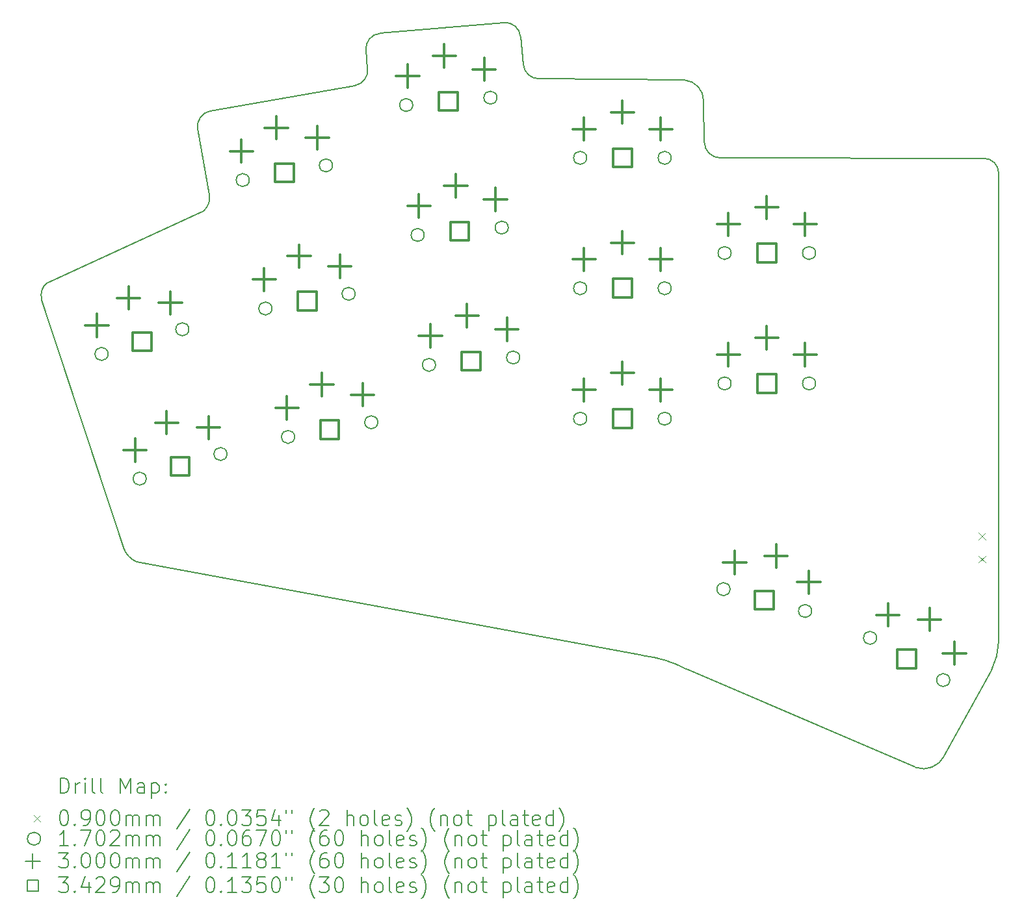
<source format=gbr>
%FSLAX45Y45*%
G04 Gerber Fmt 4.5, Leading zero omitted, Abs format (unit mm)*
G04 Created by KiCad (PCBNEW (6.0.4)) date 2022-05-14 00:01:56*
%MOMM*%
%LPD*%
G01*
G04 APERTURE LIST*
%TA.AperFunction,Profile*%
%ADD10C,0.150000*%
%TD*%
%ADD11C,0.200000*%
%ADD12C,0.090000*%
%ADD13C,0.170180*%
%ADD14C,0.300000*%
%ADD15C,0.342900*%
G04 APERTURE END LIST*
D10*
X10251727Y11883106D02*
G75*
G03*
X10450959Y11700537I199233J17424D01*
G01*
X12608825Y10870340D02*
X12598400Y11404600D01*
X8058800Y11611548D02*
G75*
G03*
X8223309Y11825945I-34731J196962D01*
G01*
X16340267Y3970905D02*
G75*
G03*
X16443992Y4388020I-882527J440915D01*
G01*
X6012082Y11047576D02*
X6163049Y10187462D01*
X11806780Y4180264D02*
X5213573Y5402893D01*
X8383412Y12290698D02*
X9997248Y12431891D01*
X5045087Y5585913D02*
G75*
G03*
X5213573Y5402893I284373J92727D01*
G01*
X16241109Y10662943D02*
X12811720Y10667647D01*
X10450959Y11700537D02*
X12344400Y11684000D01*
X3981545Y8816164D02*
X5045086Y5585913D01*
X10213921Y12250083D02*
G75*
G03*
X9997248Y12431891I-199241J-17433D01*
G01*
X12608823Y10870340D02*
G75*
G03*
X12811720Y10667647I208337J5651D01*
G01*
X6174314Y11279267D02*
G75*
G03*
X6012083Y11047576I34730J-196961D01*
G01*
X15733479Y2872825D02*
X16340266Y3970906D01*
X12374669Y4003459D02*
G75*
G03*
X11806780Y4180264I-740959J-1379509D01*
G01*
X15355789Y2722860D02*
X12374669Y4003459D01*
X12598400Y11404600D02*
G75*
G03*
X12344400Y11684000I-271540J8300D01*
G01*
X15355790Y2722864D02*
G75*
G03*
X15733479Y2872825I104370J287736D01*
G01*
X4045827Y9037960D02*
G75*
G03*
X3981545Y8816164I127373J-157130D01*
G01*
X10213918Y12250083D02*
X10251720Y11883106D01*
X6174314Y11279267D02*
X8058800Y11611553D01*
X6089110Y9978178D02*
G75*
G03*
X6163049Y10187462I-151740J171312D01*
G01*
X8383413Y12290696D02*
G75*
G03*
X8201605Y12074028I17427J-199236D01*
G01*
X4045827Y9037960D02*
X6089109Y9978180D01*
X8223309Y11825945D02*
X8201605Y12074028D01*
X16441105Y10464800D02*
G75*
G03*
X16241109Y10662943I-193446J4750D01*
G01*
X16443992Y4388020D02*
X16441109Y10464800D01*
D11*
D12*
X16179215Y5779949D02*
X16269215Y5689949D01*
X16269215Y5779949D02*
X16179215Y5689949D01*
X16179215Y5479950D02*
X16269215Y5389950D01*
X16269215Y5479950D02*
X16179215Y5389950D01*
D13*
X4843348Y8112192D02*
G75*
G03*
X4843348Y8112192I-85090J0D01*
G01*
X4843348Y8112192D02*
G75*
G03*
X4843348Y8112192I-85090J0D01*
G01*
X5340380Y6486474D02*
G75*
G03*
X5340380Y6486474I-85090J0D01*
G01*
X5340380Y6486474D02*
G75*
G03*
X5340380Y6486474I-85090J0D01*
G01*
X5895283Y8433801D02*
G75*
G03*
X5895283Y8433801I-85090J0D01*
G01*
X5895283Y8433801D02*
G75*
G03*
X5895283Y8433801I-85090J0D01*
G01*
X6392315Y6808083D02*
G75*
G03*
X6392315Y6808083I-85090J0D01*
G01*
X6392315Y6808083D02*
G75*
G03*
X6392315Y6808083I-85090J0D01*
G01*
X6682157Y10379000D02*
G75*
G03*
X6682157Y10379000I-85090J0D01*
G01*
X6682157Y10379000D02*
G75*
G03*
X6682157Y10379000I-85090J0D01*
G01*
X6977359Y8704827D02*
G75*
G03*
X6977359Y8704827I-85090J0D01*
G01*
X6977359Y8704827D02*
G75*
G03*
X6977359Y8704827I-85090J0D01*
G01*
X7272560Y7030654D02*
G75*
G03*
X7272560Y7030654I-85090J0D01*
G01*
X7272560Y7030654D02*
G75*
G03*
X7272560Y7030654I-85090J0D01*
G01*
X7765445Y10570013D02*
G75*
G03*
X7765445Y10570013I-85090J0D01*
G01*
X7765445Y10570013D02*
G75*
G03*
X7765445Y10570013I-85090J0D01*
G01*
X8060647Y8895840D02*
G75*
G03*
X8060647Y8895840I-85090J0D01*
G01*
X8060647Y8895840D02*
G75*
G03*
X8060647Y8895840I-85090J0D01*
G01*
X8355849Y7221667D02*
G75*
G03*
X8355849Y7221667I-85090J0D01*
G01*
X8355849Y7221667D02*
G75*
G03*
X8355849Y7221667I-85090J0D01*
G01*
X8811183Y11357012D02*
G75*
G03*
X8811183Y11357012I-85090J0D01*
G01*
X8811183Y11357012D02*
G75*
G03*
X8811183Y11357012I-85090J0D01*
G01*
X8959347Y9663481D02*
G75*
G03*
X8959347Y9663481I-85090J0D01*
G01*
X8959347Y9663481D02*
G75*
G03*
X8959347Y9663481I-85090J0D01*
G01*
X9107512Y7969950D02*
G75*
G03*
X9107512Y7969950I-85090J0D01*
G01*
X9107512Y7969950D02*
G75*
G03*
X9107512Y7969950I-85090J0D01*
G01*
X9906997Y11452883D02*
G75*
G03*
X9906997Y11452883I-85090J0D01*
G01*
X9906997Y11452883D02*
G75*
G03*
X9906997Y11452883I-85090J0D01*
G01*
X10055161Y9759352D02*
G75*
G03*
X10055161Y9759352I-85090J0D01*
G01*
X10055161Y9759352D02*
G75*
G03*
X10055161Y9759352I-85090J0D01*
G01*
X10203326Y8065821D02*
G75*
G03*
X10203326Y8065821I-85090J0D01*
G01*
X10203326Y8065821D02*
G75*
G03*
X10203326Y8065821I-85090J0D01*
G01*
X11076199Y10668602D02*
G75*
G03*
X11076199Y10668602I-85090J0D01*
G01*
X11076199Y10668602D02*
G75*
G03*
X11076199Y10668602I-85090J0D01*
G01*
X11076199Y8968602D02*
G75*
G03*
X11076199Y8968602I-85090J0D01*
G01*
X11076199Y8968602D02*
G75*
G03*
X11076199Y8968602I-85090J0D01*
G01*
X11076199Y7268602D02*
G75*
G03*
X11076199Y7268602I-85090J0D01*
G01*
X11076199Y7268602D02*
G75*
G03*
X11076199Y7268602I-85090J0D01*
G01*
X12176199Y10668602D02*
G75*
G03*
X12176199Y10668602I-85090J0D01*
G01*
X12176199Y10668602D02*
G75*
G03*
X12176199Y10668602I-85090J0D01*
G01*
X12176199Y8968602D02*
G75*
G03*
X12176199Y8968602I-85090J0D01*
G01*
X12176199Y8968602D02*
G75*
G03*
X12176199Y8968602I-85090J0D01*
G01*
X12176199Y7268602D02*
G75*
G03*
X12176199Y7268602I-85090J0D01*
G01*
X12176199Y7268602D02*
G75*
G03*
X12176199Y7268602I-85090J0D01*
G01*
X12942935Y5046224D02*
G75*
G03*
X12942935Y5046224I-85090J0D01*
G01*
X12942935Y5046224D02*
G75*
G03*
X12942935Y5046224I-85090J0D01*
G01*
X12956918Y9427885D02*
G75*
G03*
X12956918Y9427885I-85090J0D01*
G01*
X12956918Y9427885D02*
G75*
G03*
X12956918Y9427885I-85090J0D01*
G01*
X12956918Y7727885D02*
G75*
G03*
X12956918Y7727885I-85090J0D01*
G01*
X12956918Y7727885D02*
G75*
G03*
X12956918Y7727885I-85090J0D01*
G01*
X14005454Y4761523D02*
G75*
G03*
X14005454Y4761523I-85090J0D01*
G01*
X14005454Y4761523D02*
G75*
G03*
X14005454Y4761523I-85090J0D01*
G01*
X14056918Y9427885D02*
G75*
G03*
X14056918Y9427885I-85090J0D01*
G01*
X14056918Y9427885D02*
G75*
G03*
X14056918Y9427885I-85090J0D01*
G01*
X14056918Y7727885D02*
G75*
G03*
X14056918Y7727885I-85090J0D01*
G01*
X14056918Y7727885D02*
G75*
G03*
X14056918Y7727885I-85090J0D01*
G01*
X14851640Y4411021D02*
G75*
G03*
X14851640Y4411021I-85090J0D01*
G01*
X14851640Y4411021D02*
G75*
G03*
X14851640Y4411021I-85090J0D01*
G01*
X15804268Y3861021D02*
G75*
G03*
X15804268Y3861021I-85090J0D01*
G01*
X15804268Y3861021D02*
G75*
G03*
X15804268Y3861021I-85090J0D01*
G01*
D14*
X4696434Y8635425D02*
X4696434Y8335425D01*
X4546434Y8485425D02*
X4846434Y8485425D01*
X5110265Y8991998D02*
X5110265Y8691998D01*
X4960265Y8841998D02*
X5260265Y8841998D01*
X5110265Y8991998D02*
X5110265Y8691998D01*
X4960265Y8841998D02*
X5260265Y8841998D01*
X5193466Y7009707D02*
X5193466Y6709707D01*
X5043466Y6859707D02*
X5343466Y6859707D01*
X5607297Y7366279D02*
X5607297Y7066279D01*
X5457297Y7216279D02*
X5757297Y7216279D01*
X5607297Y7366279D02*
X5607297Y7066279D01*
X5457297Y7216279D02*
X5757297Y7216279D01*
X5652739Y8927796D02*
X5652739Y8627796D01*
X5502739Y8777796D02*
X5802739Y8777796D01*
X6149771Y7302078D02*
X6149771Y7002078D01*
X5999771Y7152078D02*
X6299771Y7152078D01*
X6581189Y10906986D02*
X6581189Y10606986D01*
X6431189Y10756986D02*
X6731189Y10756986D01*
X6876391Y9232812D02*
X6876391Y8932812D01*
X6726391Y9082812D02*
X7026391Y9082812D01*
X7035390Y11210467D02*
X7035390Y10910467D01*
X6885390Y11060467D02*
X7185390Y11060467D01*
X7035390Y11210467D02*
X7035390Y10910467D01*
X6885390Y11060467D02*
X7185390Y11060467D01*
X7171593Y7558639D02*
X7171593Y7258639D01*
X7021593Y7408639D02*
X7321593Y7408639D01*
X7330592Y9536294D02*
X7330592Y9236294D01*
X7180592Y9386294D02*
X7480592Y9386294D01*
X7330592Y9536294D02*
X7330592Y9236294D01*
X7180592Y9386294D02*
X7480592Y9386294D01*
X7565997Y11080634D02*
X7565997Y10780634D01*
X7415997Y10930634D02*
X7715997Y10930634D01*
X7625794Y7862121D02*
X7625794Y7562121D01*
X7475794Y7712121D02*
X7775794Y7712121D01*
X7625794Y7862121D02*
X7625794Y7562121D01*
X7475794Y7712121D02*
X7775794Y7712121D01*
X7861199Y9406461D02*
X7861199Y9106461D01*
X7711199Y9256461D02*
X8011199Y9256461D01*
X8156401Y7732287D02*
X8156401Y7432287D01*
X8006401Y7582287D02*
X8306401Y7582287D01*
X8743219Y11884943D02*
X8743219Y11584943D01*
X8593219Y11734943D02*
X8893219Y11734943D01*
X8891384Y10191412D02*
X8891384Y9891412D01*
X8741384Y10041412D02*
X9041384Y10041412D01*
X9039548Y8497881D02*
X9039548Y8197881D01*
X8889548Y8347881D02*
X9189548Y8347881D01*
X9222142Y12147683D02*
X9222142Y11847683D01*
X9072142Y11997683D02*
X9372142Y11997683D01*
X9222142Y12147683D02*
X9222142Y11847683D01*
X9072142Y11997683D02*
X9372142Y11997683D01*
X9370307Y10454153D02*
X9370307Y10154153D01*
X9220307Y10304153D02*
X9520307Y10304153D01*
X9370307Y10454153D02*
X9370307Y10154153D01*
X9220307Y10304153D02*
X9520307Y10304153D01*
X9518471Y8760622D02*
X9518471Y8460622D01*
X9368471Y8610622D02*
X9668471Y8610622D01*
X9518471Y8760622D02*
X9518471Y8460622D01*
X9368471Y8610622D02*
X9668471Y8610622D01*
X9739414Y11972099D02*
X9739414Y11672099D01*
X9589414Y11822099D02*
X9889414Y11822099D01*
X9887578Y10278568D02*
X9887578Y9978568D01*
X9737578Y10128568D02*
X10037578Y10128568D01*
X10035743Y8585037D02*
X10035743Y8285037D01*
X9885743Y8435037D02*
X10185743Y8435037D01*
X11041109Y11193602D02*
X11041109Y10893602D01*
X10891109Y11043602D02*
X11191109Y11043602D01*
X11041109Y9493602D02*
X11041109Y9193602D01*
X10891109Y9343602D02*
X11191109Y9343602D01*
X11041109Y7793602D02*
X11041109Y7493602D01*
X10891109Y7643602D02*
X11191109Y7643602D01*
X11541109Y11413602D02*
X11541109Y11113602D01*
X11391109Y11263602D02*
X11691109Y11263602D01*
X11541109Y11413602D02*
X11541109Y11113602D01*
X11391109Y11263602D02*
X11691109Y11263602D01*
X11541109Y9713602D02*
X11541109Y9413602D01*
X11391109Y9563602D02*
X11691109Y9563602D01*
X11541109Y9713602D02*
X11541109Y9413602D01*
X11391109Y9563602D02*
X11691109Y9563602D01*
X11541109Y8013602D02*
X11541109Y7713602D01*
X11391109Y7863602D02*
X11691109Y7863602D01*
X11541109Y8013602D02*
X11541109Y7713602D01*
X11391109Y7863602D02*
X11691109Y7863602D01*
X12041109Y11193602D02*
X12041109Y10893602D01*
X11891109Y11043602D02*
X12191109Y11043602D01*
X12041109Y9493602D02*
X12041109Y9193602D01*
X11891109Y9343602D02*
X12191109Y9343602D01*
X12041109Y7793602D02*
X12041109Y7493602D01*
X11891109Y7643602D02*
X12191109Y7643602D01*
X12921828Y9952885D02*
X12921828Y9652885D01*
X12771828Y9802885D02*
X13071828Y9802885D01*
X12921828Y8252885D02*
X12921828Y7952885D01*
X12771828Y8102885D02*
X13071828Y8102885D01*
X13003199Y5545506D02*
X13003199Y5245506D01*
X12853199Y5395506D02*
X13153199Y5395506D01*
X13421828Y10172885D02*
X13421828Y9872885D01*
X13271828Y10022885D02*
X13571828Y10022885D01*
X13421828Y10172885D02*
X13421828Y9872885D01*
X13271828Y10022885D02*
X13571828Y10022885D01*
X13421828Y8472885D02*
X13421828Y8172885D01*
X13271828Y8322885D02*
X13571828Y8322885D01*
X13421828Y8472885D02*
X13421828Y8172885D01*
X13271828Y8322885D02*
X13571828Y8322885D01*
X13543102Y5628600D02*
X13543102Y5328600D01*
X13393102Y5478600D02*
X13693102Y5478600D01*
X13543102Y5628600D02*
X13543102Y5328600D01*
X13393102Y5478600D02*
X13693102Y5478600D01*
X13921828Y9952885D02*
X13921828Y9652885D01*
X13771828Y9802885D02*
X14071828Y9802885D01*
X13921828Y8252885D02*
X13921828Y7952885D01*
X13771828Y8102885D02*
X14071828Y8102885D01*
X13969125Y5286687D02*
X13969125Y4986687D01*
X13819125Y5136687D02*
X14119125Y5136687D01*
X14997352Y4860781D02*
X14997352Y4560781D01*
X14847352Y4710781D02*
X15147352Y4710781D01*
X15540364Y4801306D02*
X15540364Y4501306D01*
X15390364Y4651306D02*
X15690364Y4651306D01*
X15540364Y4801306D02*
X15540364Y4501306D01*
X15390364Y4651306D02*
X15690364Y4651306D01*
X15863377Y4360781D02*
X15863377Y4060781D01*
X15713377Y4210781D02*
X16013377Y4210781D01*
D15*
X5405461Y8151762D02*
X5405461Y8394231D01*
X5162991Y8394231D01*
X5162991Y8151762D01*
X5405461Y8151762D01*
X5405461Y8151762D02*
X5405461Y8394231D01*
X5162991Y8394231D01*
X5162991Y8151762D01*
X5405461Y8151762D01*
X5902492Y6526044D02*
X5902492Y6768513D01*
X5660023Y6768513D01*
X5660023Y6526044D01*
X5902492Y6526044D01*
X5902492Y6526044D02*
X5902492Y6768513D01*
X5660023Y6768513D01*
X5660023Y6526044D01*
X5902492Y6526044D01*
X7259946Y10353272D02*
X7259946Y10595741D01*
X7017476Y10595741D01*
X7017476Y10353272D01*
X7259946Y10353272D01*
X7259946Y10353272D02*
X7259946Y10595741D01*
X7017476Y10595741D01*
X7017476Y10353272D01*
X7259946Y10353272D01*
X7555147Y8679099D02*
X7555147Y8921568D01*
X7312678Y8921568D01*
X7312678Y8679099D01*
X7555147Y8679099D01*
X7555147Y8679099D02*
X7555147Y8921568D01*
X7312678Y8921568D01*
X7312678Y8679099D01*
X7555147Y8679099D01*
X7850349Y7004926D02*
X7850349Y7247395D01*
X7607880Y7247395D01*
X7607880Y7004926D01*
X7850349Y7004926D01*
X7850349Y7004926D02*
X7850349Y7247395D01*
X7607880Y7247395D01*
X7607880Y7004926D01*
X7850349Y7004926D01*
X9395234Y11283713D02*
X9395234Y11526182D01*
X9152765Y11526182D01*
X9152765Y11283713D01*
X9395234Y11283713D01*
X9395234Y11283713D02*
X9395234Y11526182D01*
X9152765Y11526182D01*
X9152765Y11283713D01*
X9395234Y11283713D01*
X9543399Y9590182D02*
X9543399Y9832651D01*
X9300930Y9832651D01*
X9300930Y9590182D01*
X9543399Y9590182D01*
X9543399Y9590182D02*
X9543399Y9832651D01*
X9300930Y9832651D01*
X9300930Y9590182D01*
X9543399Y9590182D01*
X9691564Y7896651D02*
X9691564Y8139120D01*
X9449095Y8139120D01*
X9449095Y7896651D01*
X9691564Y7896651D01*
X9691564Y7896651D02*
X9691564Y8139120D01*
X9449095Y8139120D01*
X9449095Y7896651D01*
X9691564Y7896651D01*
X11662343Y10547367D02*
X11662343Y10789836D01*
X11419874Y10789836D01*
X11419874Y10547367D01*
X11662343Y10547367D01*
X11662343Y10547367D02*
X11662343Y10789836D01*
X11419874Y10789836D01*
X11419874Y10547367D01*
X11662343Y10547367D01*
X11662343Y8847367D02*
X11662343Y9089836D01*
X11419874Y9089836D01*
X11419874Y8847367D01*
X11662343Y8847367D01*
X11662343Y8847367D02*
X11662343Y9089836D01*
X11419874Y9089836D01*
X11419874Y8847367D01*
X11662343Y8847367D01*
X11662343Y7147367D02*
X11662343Y7389836D01*
X11419874Y7389836D01*
X11419874Y7147367D01*
X11662343Y7147367D01*
X11662343Y7147367D02*
X11662343Y7389836D01*
X11419874Y7389836D01*
X11419874Y7147367D01*
X11662343Y7147367D01*
X13510339Y4782639D02*
X13510339Y5025108D01*
X13267870Y5025108D01*
X13267870Y4782639D01*
X13510339Y4782639D01*
X13510339Y4782639D02*
X13510339Y5025108D01*
X13267870Y5025108D01*
X13267870Y4782639D01*
X13510339Y4782639D01*
X13543063Y9306651D02*
X13543063Y9549120D01*
X13300593Y9549120D01*
X13300593Y9306651D01*
X13543063Y9306651D01*
X13543063Y9306651D02*
X13543063Y9549120D01*
X13300593Y9549120D01*
X13300593Y9306651D01*
X13543063Y9306651D01*
X13543063Y7606651D02*
X13543063Y7849120D01*
X13300593Y7849120D01*
X13300593Y7606651D01*
X13543063Y7606651D01*
X13543063Y7606651D02*
X13543063Y7849120D01*
X13300593Y7849120D01*
X13300593Y7606651D01*
X13543063Y7606651D01*
X15364099Y4014787D02*
X15364099Y4257256D01*
X15121630Y4257256D01*
X15121630Y4014787D01*
X15364099Y4014787D01*
X15364099Y4014787D02*
X15364099Y4257256D01*
X15121630Y4257256D01*
X15121630Y4014787D01*
X15364099Y4014787D01*
D11*
X4221048Y2386544D02*
X4221048Y2586544D01*
X4268667Y2586544D01*
X4297239Y2577020D01*
X4316286Y2557972D01*
X4325810Y2538924D01*
X4335334Y2500829D01*
X4335334Y2472258D01*
X4325810Y2434163D01*
X4316286Y2415115D01*
X4297239Y2396067D01*
X4268667Y2386544D01*
X4221048Y2386544D01*
X4421048Y2386544D02*
X4421048Y2519877D01*
X4421048Y2481782D02*
X4430572Y2500829D01*
X4440096Y2510353D01*
X4459144Y2519877D01*
X4478191Y2519877D01*
X4544858Y2386544D02*
X4544858Y2519877D01*
X4544858Y2586544D02*
X4535334Y2577020D01*
X4544858Y2567496D01*
X4554382Y2577020D01*
X4544858Y2586544D01*
X4544858Y2567496D01*
X4668667Y2386544D02*
X4649620Y2396067D01*
X4640096Y2415115D01*
X4640096Y2586544D01*
X4773429Y2386544D02*
X4754382Y2396067D01*
X4744858Y2415115D01*
X4744858Y2586544D01*
X5002001Y2386544D02*
X5002001Y2586544D01*
X5068667Y2443686D01*
X5135334Y2586544D01*
X5135334Y2386544D01*
X5316286Y2386544D02*
X5316286Y2491305D01*
X5306763Y2510353D01*
X5287715Y2519877D01*
X5249620Y2519877D01*
X5230572Y2510353D01*
X5316286Y2396067D02*
X5297239Y2386544D01*
X5249620Y2386544D01*
X5230572Y2396067D01*
X5221048Y2415115D01*
X5221048Y2434163D01*
X5230572Y2453210D01*
X5249620Y2462734D01*
X5297239Y2462734D01*
X5316286Y2472258D01*
X5411525Y2519877D02*
X5411525Y2319877D01*
X5411525Y2510353D02*
X5430572Y2519877D01*
X5468667Y2519877D01*
X5487715Y2510353D01*
X5497239Y2500829D01*
X5506763Y2481782D01*
X5506763Y2424639D01*
X5497239Y2405591D01*
X5487715Y2396067D01*
X5468667Y2386544D01*
X5430572Y2386544D01*
X5411525Y2396067D01*
X5592477Y2405591D02*
X5602001Y2396067D01*
X5592477Y2386544D01*
X5582953Y2396067D01*
X5592477Y2405591D01*
X5592477Y2386544D01*
X5592477Y2510353D02*
X5602001Y2500829D01*
X5592477Y2491305D01*
X5582953Y2500829D01*
X5592477Y2510353D01*
X5592477Y2491305D01*
D12*
X3873429Y2102020D02*
X3963429Y2012020D01*
X3963429Y2102020D02*
X3873429Y2012020D01*
D11*
X4259144Y2166544D02*
X4278191Y2166544D01*
X4297239Y2157020D01*
X4306763Y2147496D01*
X4316286Y2128448D01*
X4325810Y2090353D01*
X4325810Y2042734D01*
X4316286Y2004639D01*
X4306763Y1985591D01*
X4297239Y1976067D01*
X4278191Y1966543D01*
X4259144Y1966543D01*
X4240096Y1976067D01*
X4230572Y1985591D01*
X4221048Y2004639D01*
X4211525Y2042734D01*
X4211525Y2090353D01*
X4221048Y2128448D01*
X4230572Y2147496D01*
X4240096Y2157020D01*
X4259144Y2166544D01*
X4411525Y1985591D02*
X4421048Y1976067D01*
X4411525Y1966543D01*
X4402001Y1976067D01*
X4411525Y1985591D01*
X4411525Y1966543D01*
X4516286Y1966543D02*
X4554382Y1966543D01*
X4573429Y1976067D01*
X4582953Y1985591D01*
X4602001Y2014162D01*
X4611525Y2052258D01*
X4611525Y2128448D01*
X4602001Y2147496D01*
X4592477Y2157020D01*
X4573429Y2166544D01*
X4535334Y2166544D01*
X4516286Y2157020D01*
X4506763Y2147496D01*
X4497239Y2128448D01*
X4497239Y2080829D01*
X4506763Y2061782D01*
X4516286Y2052258D01*
X4535334Y2042734D01*
X4573429Y2042734D01*
X4592477Y2052258D01*
X4602001Y2061782D01*
X4611525Y2080829D01*
X4735334Y2166544D02*
X4754382Y2166544D01*
X4773429Y2157020D01*
X4782953Y2147496D01*
X4792477Y2128448D01*
X4802001Y2090353D01*
X4802001Y2042734D01*
X4792477Y2004639D01*
X4782953Y1985591D01*
X4773429Y1976067D01*
X4754382Y1966543D01*
X4735334Y1966543D01*
X4716286Y1976067D01*
X4706763Y1985591D01*
X4697239Y2004639D01*
X4687715Y2042734D01*
X4687715Y2090353D01*
X4697239Y2128448D01*
X4706763Y2147496D01*
X4716286Y2157020D01*
X4735334Y2166544D01*
X4925810Y2166544D02*
X4944858Y2166544D01*
X4963905Y2157020D01*
X4973429Y2147496D01*
X4982953Y2128448D01*
X4992477Y2090353D01*
X4992477Y2042734D01*
X4982953Y2004639D01*
X4973429Y1985591D01*
X4963905Y1976067D01*
X4944858Y1966543D01*
X4925810Y1966543D01*
X4906763Y1976067D01*
X4897239Y1985591D01*
X4887715Y2004639D01*
X4878191Y2042734D01*
X4878191Y2090353D01*
X4887715Y2128448D01*
X4897239Y2147496D01*
X4906763Y2157020D01*
X4925810Y2166544D01*
X5078191Y1966543D02*
X5078191Y2099877D01*
X5078191Y2080829D02*
X5087715Y2090353D01*
X5106763Y2099877D01*
X5135334Y2099877D01*
X5154382Y2090353D01*
X5163905Y2071305D01*
X5163905Y1966543D01*
X5163905Y2071305D02*
X5173429Y2090353D01*
X5192477Y2099877D01*
X5221048Y2099877D01*
X5240096Y2090353D01*
X5249620Y2071305D01*
X5249620Y1966543D01*
X5344858Y1966543D02*
X5344858Y2099877D01*
X5344858Y2080829D02*
X5354382Y2090353D01*
X5373429Y2099877D01*
X5402001Y2099877D01*
X5421048Y2090353D01*
X5430572Y2071305D01*
X5430572Y1966543D01*
X5430572Y2071305D02*
X5440096Y2090353D01*
X5459144Y2099877D01*
X5487715Y2099877D01*
X5506763Y2090353D01*
X5516286Y2071305D01*
X5516286Y1966543D01*
X5906763Y2176067D02*
X5735334Y1918924D01*
X6163905Y2166544D02*
X6182953Y2166544D01*
X6202001Y2157020D01*
X6211524Y2147496D01*
X6221048Y2128448D01*
X6230572Y2090353D01*
X6230572Y2042734D01*
X6221048Y2004639D01*
X6211524Y1985591D01*
X6202001Y1976067D01*
X6182953Y1966543D01*
X6163905Y1966543D01*
X6144858Y1976067D01*
X6135334Y1985591D01*
X6125810Y2004639D01*
X6116286Y2042734D01*
X6116286Y2090353D01*
X6125810Y2128448D01*
X6135334Y2147496D01*
X6144858Y2157020D01*
X6163905Y2166544D01*
X6316286Y1985591D02*
X6325810Y1976067D01*
X6316286Y1966543D01*
X6306763Y1976067D01*
X6316286Y1985591D01*
X6316286Y1966543D01*
X6449620Y2166544D02*
X6468667Y2166544D01*
X6487715Y2157020D01*
X6497239Y2147496D01*
X6506763Y2128448D01*
X6516286Y2090353D01*
X6516286Y2042734D01*
X6506763Y2004639D01*
X6497239Y1985591D01*
X6487715Y1976067D01*
X6468667Y1966543D01*
X6449620Y1966543D01*
X6430572Y1976067D01*
X6421048Y1985591D01*
X6411524Y2004639D01*
X6402001Y2042734D01*
X6402001Y2090353D01*
X6411524Y2128448D01*
X6421048Y2147496D01*
X6430572Y2157020D01*
X6449620Y2166544D01*
X6582953Y2166544D02*
X6706763Y2166544D01*
X6640096Y2090353D01*
X6668667Y2090353D01*
X6687715Y2080829D01*
X6697239Y2071305D01*
X6706763Y2052258D01*
X6706763Y2004639D01*
X6697239Y1985591D01*
X6687715Y1976067D01*
X6668667Y1966543D01*
X6611524Y1966543D01*
X6592477Y1976067D01*
X6582953Y1985591D01*
X6887715Y2166544D02*
X6792477Y2166544D01*
X6782953Y2071305D01*
X6792477Y2080829D01*
X6811524Y2090353D01*
X6859143Y2090353D01*
X6878191Y2080829D01*
X6887715Y2071305D01*
X6897239Y2052258D01*
X6897239Y2004639D01*
X6887715Y1985591D01*
X6878191Y1976067D01*
X6859143Y1966543D01*
X6811524Y1966543D01*
X6792477Y1976067D01*
X6782953Y1985591D01*
X7068667Y2099877D02*
X7068667Y1966543D01*
X7021048Y2176067D02*
X6973429Y2033210D01*
X7097239Y2033210D01*
X7163905Y2166544D02*
X7163905Y2128448D01*
X7240096Y2166544D02*
X7240096Y2128448D01*
X7535334Y1890353D02*
X7525810Y1899877D01*
X7506763Y1928448D01*
X7497239Y1947496D01*
X7487715Y1976067D01*
X7478191Y2023686D01*
X7478191Y2061782D01*
X7487715Y2109401D01*
X7497239Y2137972D01*
X7506763Y2157020D01*
X7525810Y2185591D01*
X7535334Y2195115D01*
X7602001Y2147496D02*
X7611524Y2157020D01*
X7630572Y2166544D01*
X7678191Y2166544D01*
X7697239Y2157020D01*
X7706763Y2147496D01*
X7716286Y2128448D01*
X7716286Y2109401D01*
X7706763Y2080829D01*
X7592477Y1966543D01*
X7716286Y1966543D01*
X7954382Y1966543D02*
X7954382Y2166544D01*
X8040096Y1966543D02*
X8040096Y2071305D01*
X8030572Y2090353D01*
X8011524Y2099877D01*
X7982953Y2099877D01*
X7963905Y2090353D01*
X7954382Y2080829D01*
X8163905Y1966543D02*
X8144858Y1976067D01*
X8135334Y1985591D01*
X8125810Y2004639D01*
X8125810Y2061782D01*
X8135334Y2080829D01*
X8144858Y2090353D01*
X8163905Y2099877D01*
X8192477Y2099877D01*
X8211524Y2090353D01*
X8221048Y2080829D01*
X8230572Y2061782D01*
X8230572Y2004639D01*
X8221048Y1985591D01*
X8211524Y1976067D01*
X8192477Y1966543D01*
X8163905Y1966543D01*
X8344858Y1966543D02*
X8325810Y1976067D01*
X8316286Y1995115D01*
X8316286Y2166544D01*
X8497239Y1976067D02*
X8478191Y1966543D01*
X8440096Y1966543D01*
X8421048Y1976067D01*
X8411525Y1995115D01*
X8411525Y2071305D01*
X8421048Y2090353D01*
X8440096Y2099877D01*
X8478191Y2099877D01*
X8497239Y2090353D01*
X8506763Y2071305D01*
X8506763Y2052258D01*
X8411525Y2033210D01*
X8582953Y1976067D02*
X8602001Y1966543D01*
X8640096Y1966543D01*
X8659144Y1976067D01*
X8668667Y1995115D01*
X8668667Y2004639D01*
X8659144Y2023686D01*
X8640096Y2033210D01*
X8611525Y2033210D01*
X8592477Y2042734D01*
X8582953Y2061782D01*
X8582953Y2071305D01*
X8592477Y2090353D01*
X8611525Y2099877D01*
X8640096Y2099877D01*
X8659144Y2090353D01*
X8735334Y1890353D02*
X8744858Y1899877D01*
X8763905Y1928448D01*
X8773429Y1947496D01*
X8782953Y1976067D01*
X8792477Y2023686D01*
X8792477Y2061782D01*
X8782953Y2109401D01*
X8773429Y2137972D01*
X8763905Y2157020D01*
X8744858Y2185591D01*
X8735334Y2195115D01*
X9097239Y1890353D02*
X9087715Y1899877D01*
X9068667Y1928448D01*
X9059144Y1947496D01*
X9049620Y1976067D01*
X9040096Y2023686D01*
X9040096Y2061782D01*
X9049620Y2109401D01*
X9059144Y2137972D01*
X9068667Y2157020D01*
X9087715Y2185591D01*
X9097239Y2195115D01*
X9173429Y2099877D02*
X9173429Y1966543D01*
X9173429Y2080829D02*
X9182953Y2090353D01*
X9202001Y2099877D01*
X9230572Y2099877D01*
X9249620Y2090353D01*
X9259144Y2071305D01*
X9259144Y1966543D01*
X9382953Y1966543D02*
X9363905Y1976067D01*
X9354382Y1985591D01*
X9344858Y2004639D01*
X9344858Y2061782D01*
X9354382Y2080829D01*
X9363905Y2090353D01*
X9382953Y2099877D01*
X9411525Y2099877D01*
X9430572Y2090353D01*
X9440096Y2080829D01*
X9449620Y2061782D01*
X9449620Y2004639D01*
X9440096Y1985591D01*
X9430572Y1976067D01*
X9411525Y1966543D01*
X9382953Y1966543D01*
X9506763Y2099877D02*
X9582953Y2099877D01*
X9535334Y2166544D02*
X9535334Y1995115D01*
X9544858Y1976067D01*
X9563905Y1966543D01*
X9582953Y1966543D01*
X9802001Y2099877D02*
X9802001Y1899877D01*
X9802001Y2090353D02*
X9821048Y2099877D01*
X9859144Y2099877D01*
X9878191Y2090353D01*
X9887715Y2080829D01*
X9897239Y2061782D01*
X9897239Y2004639D01*
X9887715Y1985591D01*
X9878191Y1976067D01*
X9859144Y1966543D01*
X9821048Y1966543D01*
X9802001Y1976067D01*
X10011525Y1966543D02*
X9992477Y1976067D01*
X9982953Y1995115D01*
X9982953Y2166544D01*
X10173429Y1966543D02*
X10173429Y2071305D01*
X10163905Y2090353D01*
X10144858Y2099877D01*
X10106763Y2099877D01*
X10087715Y2090353D01*
X10173429Y1976067D02*
X10154382Y1966543D01*
X10106763Y1966543D01*
X10087715Y1976067D01*
X10078191Y1995115D01*
X10078191Y2014162D01*
X10087715Y2033210D01*
X10106763Y2042734D01*
X10154382Y2042734D01*
X10173429Y2052258D01*
X10240096Y2099877D02*
X10316286Y2099877D01*
X10268667Y2166544D02*
X10268667Y1995115D01*
X10278191Y1976067D01*
X10297239Y1966543D01*
X10316286Y1966543D01*
X10459144Y1976067D02*
X10440096Y1966543D01*
X10402001Y1966543D01*
X10382953Y1976067D01*
X10373429Y1995115D01*
X10373429Y2071305D01*
X10382953Y2090353D01*
X10402001Y2099877D01*
X10440096Y2099877D01*
X10459144Y2090353D01*
X10468667Y2071305D01*
X10468667Y2052258D01*
X10373429Y2033210D01*
X10640096Y1966543D02*
X10640096Y2166544D01*
X10640096Y1976067D02*
X10621048Y1966543D01*
X10582953Y1966543D01*
X10563905Y1976067D01*
X10554382Y1985591D01*
X10544858Y2004639D01*
X10544858Y2061782D01*
X10554382Y2080829D01*
X10563905Y2090353D01*
X10582953Y2099877D01*
X10621048Y2099877D01*
X10640096Y2090353D01*
X10716286Y1890353D02*
X10725810Y1899877D01*
X10744858Y1928448D01*
X10754382Y1947496D01*
X10763905Y1976067D01*
X10773429Y2023686D01*
X10773429Y2061782D01*
X10763905Y2109401D01*
X10754382Y2137972D01*
X10744858Y2157020D01*
X10725810Y2185591D01*
X10716286Y2195115D01*
D13*
X3963429Y1793020D02*
G75*
G03*
X3963429Y1793020I-85090J0D01*
G01*
D11*
X4325810Y1702543D02*
X4211525Y1702543D01*
X4268667Y1702543D02*
X4268667Y1902543D01*
X4249620Y1873972D01*
X4230572Y1854924D01*
X4211525Y1845401D01*
X4411525Y1721591D02*
X4421048Y1712067D01*
X4411525Y1702543D01*
X4402001Y1712067D01*
X4411525Y1721591D01*
X4411525Y1702543D01*
X4487715Y1902543D02*
X4621048Y1902543D01*
X4535334Y1702543D01*
X4735334Y1902543D02*
X4754382Y1902543D01*
X4773429Y1893020D01*
X4782953Y1883496D01*
X4792477Y1864448D01*
X4802001Y1826353D01*
X4802001Y1778734D01*
X4792477Y1740639D01*
X4782953Y1721591D01*
X4773429Y1712067D01*
X4754382Y1702543D01*
X4735334Y1702543D01*
X4716286Y1712067D01*
X4706763Y1721591D01*
X4697239Y1740639D01*
X4687715Y1778734D01*
X4687715Y1826353D01*
X4697239Y1864448D01*
X4706763Y1883496D01*
X4716286Y1893020D01*
X4735334Y1902543D01*
X4878191Y1883496D02*
X4887715Y1893020D01*
X4906763Y1902543D01*
X4954382Y1902543D01*
X4973429Y1893020D01*
X4982953Y1883496D01*
X4992477Y1864448D01*
X4992477Y1845401D01*
X4982953Y1816829D01*
X4868667Y1702543D01*
X4992477Y1702543D01*
X5078191Y1702543D02*
X5078191Y1835877D01*
X5078191Y1816829D02*
X5087715Y1826353D01*
X5106763Y1835877D01*
X5135334Y1835877D01*
X5154382Y1826353D01*
X5163905Y1807305D01*
X5163905Y1702543D01*
X5163905Y1807305D02*
X5173429Y1826353D01*
X5192477Y1835877D01*
X5221048Y1835877D01*
X5240096Y1826353D01*
X5249620Y1807305D01*
X5249620Y1702543D01*
X5344858Y1702543D02*
X5344858Y1835877D01*
X5344858Y1816829D02*
X5354382Y1826353D01*
X5373429Y1835877D01*
X5402001Y1835877D01*
X5421048Y1826353D01*
X5430572Y1807305D01*
X5430572Y1702543D01*
X5430572Y1807305D02*
X5440096Y1826353D01*
X5459144Y1835877D01*
X5487715Y1835877D01*
X5506763Y1826353D01*
X5516286Y1807305D01*
X5516286Y1702543D01*
X5906763Y1912067D02*
X5735334Y1654924D01*
X6163905Y1902543D02*
X6182953Y1902543D01*
X6202001Y1893020D01*
X6211524Y1883496D01*
X6221048Y1864448D01*
X6230572Y1826353D01*
X6230572Y1778734D01*
X6221048Y1740639D01*
X6211524Y1721591D01*
X6202001Y1712067D01*
X6182953Y1702543D01*
X6163905Y1702543D01*
X6144858Y1712067D01*
X6135334Y1721591D01*
X6125810Y1740639D01*
X6116286Y1778734D01*
X6116286Y1826353D01*
X6125810Y1864448D01*
X6135334Y1883496D01*
X6144858Y1893020D01*
X6163905Y1902543D01*
X6316286Y1721591D02*
X6325810Y1712067D01*
X6316286Y1702543D01*
X6306763Y1712067D01*
X6316286Y1721591D01*
X6316286Y1702543D01*
X6449620Y1902543D02*
X6468667Y1902543D01*
X6487715Y1893020D01*
X6497239Y1883496D01*
X6506763Y1864448D01*
X6516286Y1826353D01*
X6516286Y1778734D01*
X6506763Y1740639D01*
X6497239Y1721591D01*
X6487715Y1712067D01*
X6468667Y1702543D01*
X6449620Y1702543D01*
X6430572Y1712067D01*
X6421048Y1721591D01*
X6411524Y1740639D01*
X6402001Y1778734D01*
X6402001Y1826353D01*
X6411524Y1864448D01*
X6421048Y1883496D01*
X6430572Y1893020D01*
X6449620Y1902543D01*
X6687715Y1902543D02*
X6649620Y1902543D01*
X6630572Y1893020D01*
X6621048Y1883496D01*
X6602001Y1854924D01*
X6592477Y1816829D01*
X6592477Y1740639D01*
X6602001Y1721591D01*
X6611524Y1712067D01*
X6630572Y1702543D01*
X6668667Y1702543D01*
X6687715Y1712067D01*
X6697239Y1721591D01*
X6706763Y1740639D01*
X6706763Y1788258D01*
X6697239Y1807305D01*
X6687715Y1816829D01*
X6668667Y1826353D01*
X6630572Y1826353D01*
X6611524Y1816829D01*
X6602001Y1807305D01*
X6592477Y1788258D01*
X6773429Y1902543D02*
X6906763Y1902543D01*
X6821048Y1702543D01*
X7021048Y1902543D02*
X7040096Y1902543D01*
X7059143Y1893020D01*
X7068667Y1883496D01*
X7078191Y1864448D01*
X7087715Y1826353D01*
X7087715Y1778734D01*
X7078191Y1740639D01*
X7068667Y1721591D01*
X7059143Y1712067D01*
X7040096Y1702543D01*
X7021048Y1702543D01*
X7002001Y1712067D01*
X6992477Y1721591D01*
X6982953Y1740639D01*
X6973429Y1778734D01*
X6973429Y1826353D01*
X6982953Y1864448D01*
X6992477Y1883496D01*
X7002001Y1893020D01*
X7021048Y1902543D01*
X7163905Y1902543D02*
X7163905Y1864448D01*
X7240096Y1902543D02*
X7240096Y1864448D01*
X7535334Y1626353D02*
X7525810Y1635877D01*
X7506763Y1664448D01*
X7497239Y1683496D01*
X7487715Y1712067D01*
X7478191Y1759686D01*
X7478191Y1797782D01*
X7487715Y1845401D01*
X7497239Y1873972D01*
X7506763Y1893020D01*
X7525810Y1921591D01*
X7535334Y1931115D01*
X7697239Y1902543D02*
X7659143Y1902543D01*
X7640096Y1893020D01*
X7630572Y1883496D01*
X7611524Y1854924D01*
X7602001Y1816829D01*
X7602001Y1740639D01*
X7611524Y1721591D01*
X7621048Y1712067D01*
X7640096Y1702543D01*
X7678191Y1702543D01*
X7697239Y1712067D01*
X7706763Y1721591D01*
X7716286Y1740639D01*
X7716286Y1788258D01*
X7706763Y1807305D01*
X7697239Y1816829D01*
X7678191Y1826353D01*
X7640096Y1826353D01*
X7621048Y1816829D01*
X7611524Y1807305D01*
X7602001Y1788258D01*
X7840096Y1902543D02*
X7859143Y1902543D01*
X7878191Y1893020D01*
X7887715Y1883496D01*
X7897239Y1864448D01*
X7906763Y1826353D01*
X7906763Y1778734D01*
X7897239Y1740639D01*
X7887715Y1721591D01*
X7878191Y1712067D01*
X7859143Y1702543D01*
X7840096Y1702543D01*
X7821048Y1712067D01*
X7811524Y1721591D01*
X7802001Y1740639D01*
X7792477Y1778734D01*
X7792477Y1826353D01*
X7802001Y1864448D01*
X7811524Y1883496D01*
X7821048Y1893020D01*
X7840096Y1902543D01*
X8144858Y1702543D02*
X8144858Y1902543D01*
X8230572Y1702543D02*
X8230572Y1807305D01*
X8221048Y1826353D01*
X8202001Y1835877D01*
X8173429Y1835877D01*
X8154382Y1826353D01*
X8144858Y1816829D01*
X8354382Y1702543D02*
X8335334Y1712067D01*
X8325810Y1721591D01*
X8316286Y1740639D01*
X8316286Y1797782D01*
X8325810Y1816829D01*
X8335334Y1826353D01*
X8354382Y1835877D01*
X8382953Y1835877D01*
X8402001Y1826353D01*
X8411525Y1816829D01*
X8421048Y1797782D01*
X8421048Y1740639D01*
X8411525Y1721591D01*
X8402001Y1712067D01*
X8382953Y1702543D01*
X8354382Y1702543D01*
X8535334Y1702543D02*
X8516286Y1712067D01*
X8506763Y1731115D01*
X8506763Y1902543D01*
X8687715Y1712067D02*
X8668667Y1702543D01*
X8630572Y1702543D01*
X8611525Y1712067D01*
X8602001Y1731115D01*
X8602001Y1807305D01*
X8611525Y1826353D01*
X8630572Y1835877D01*
X8668667Y1835877D01*
X8687715Y1826353D01*
X8697239Y1807305D01*
X8697239Y1788258D01*
X8602001Y1769210D01*
X8773429Y1712067D02*
X8792477Y1702543D01*
X8830572Y1702543D01*
X8849620Y1712067D01*
X8859144Y1731115D01*
X8859144Y1740639D01*
X8849620Y1759686D01*
X8830572Y1769210D01*
X8802001Y1769210D01*
X8782953Y1778734D01*
X8773429Y1797782D01*
X8773429Y1807305D01*
X8782953Y1826353D01*
X8802001Y1835877D01*
X8830572Y1835877D01*
X8849620Y1826353D01*
X8925810Y1626353D02*
X8935334Y1635877D01*
X8954382Y1664448D01*
X8963905Y1683496D01*
X8973429Y1712067D01*
X8982953Y1759686D01*
X8982953Y1797782D01*
X8973429Y1845401D01*
X8963905Y1873972D01*
X8954382Y1893020D01*
X8935334Y1921591D01*
X8925810Y1931115D01*
X9287715Y1626353D02*
X9278191Y1635877D01*
X9259144Y1664448D01*
X9249620Y1683496D01*
X9240096Y1712067D01*
X9230572Y1759686D01*
X9230572Y1797782D01*
X9240096Y1845401D01*
X9249620Y1873972D01*
X9259144Y1893020D01*
X9278191Y1921591D01*
X9287715Y1931115D01*
X9363905Y1835877D02*
X9363905Y1702543D01*
X9363905Y1816829D02*
X9373429Y1826353D01*
X9392477Y1835877D01*
X9421048Y1835877D01*
X9440096Y1826353D01*
X9449620Y1807305D01*
X9449620Y1702543D01*
X9573429Y1702543D02*
X9554382Y1712067D01*
X9544858Y1721591D01*
X9535334Y1740639D01*
X9535334Y1797782D01*
X9544858Y1816829D01*
X9554382Y1826353D01*
X9573429Y1835877D01*
X9602001Y1835877D01*
X9621048Y1826353D01*
X9630572Y1816829D01*
X9640096Y1797782D01*
X9640096Y1740639D01*
X9630572Y1721591D01*
X9621048Y1712067D01*
X9602001Y1702543D01*
X9573429Y1702543D01*
X9697239Y1835877D02*
X9773429Y1835877D01*
X9725810Y1902543D02*
X9725810Y1731115D01*
X9735334Y1712067D01*
X9754382Y1702543D01*
X9773429Y1702543D01*
X9992477Y1835877D02*
X9992477Y1635877D01*
X9992477Y1826353D02*
X10011525Y1835877D01*
X10049620Y1835877D01*
X10068667Y1826353D01*
X10078191Y1816829D01*
X10087715Y1797782D01*
X10087715Y1740639D01*
X10078191Y1721591D01*
X10068667Y1712067D01*
X10049620Y1702543D01*
X10011525Y1702543D01*
X9992477Y1712067D01*
X10202001Y1702543D02*
X10182953Y1712067D01*
X10173429Y1731115D01*
X10173429Y1902543D01*
X10363905Y1702543D02*
X10363905Y1807305D01*
X10354382Y1826353D01*
X10335334Y1835877D01*
X10297239Y1835877D01*
X10278191Y1826353D01*
X10363905Y1712067D02*
X10344858Y1702543D01*
X10297239Y1702543D01*
X10278191Y1712067D01*
X10268667Y1731115D01*
X10268667Y1750162D01*
X10278191Y1769210D01*
X10297239Y1778734D01*
X10344858Y1778734D01*
X10363905Y1788258D01*
X10430572Y1835877D02*
X10506763Y1835877D01*
X10459144Y1902543D02*
X10459144Y1731115D01*
X10468667Y1712067D01*
X10487715Y1702543D01*
X10506763Y1702543D01*
X10649620Y1712067D02*
X10630572Y1702543D01*
X10592477Y1702543D01*
X10573429Y1712067D01*
X10563905Y1731115D01*
X10563905Y1807305D01*
X10573429Y1826353D01*
X10592477Y1835877D01*
X10630572Y1835877D01*
X10649620Y1826353D01*
X10659144Y1807305D01*
X10659144Y1788258D01*
X10563905Y1769210D01*
X10830572Y1702543D02*
X10830572Y1902543D01*
X10830572Y1712067D02*
X10811525Y1702543D01*
X10773429Y1702543D01*
X10754382Y1712067D01*
X10744858Y1721591D01*
X10735334Y1740639D01*
X10735334Y1797782D01*
X10744858Y1816829D01*
X10754382Y1826353D01*
X10773429Y1835877D01*
X10811525Y1835877D01*
X10830572Y1826353D01*
X10906763Y1626353D02*
X10916286Y1635877D01*
X10935334Y1664448D01*
X10944858Y1683496D01*
X10954382Y1712067D01*
X10963905Y1759686D01*
X10963905Y1797782D01*
X10954382Y1845401D01*
X10944858Y1873972D01*
X10935334Y1893020D01*
X10916286Y1921591D01*
X10906763Y1931115D01*
X3863429Y1602840D02*
X3863429Y1402840D01*
X3763429Y1502840D02*
X3963429Y1502840D01*
X4202001Y1612363D02*
X4325810Y1612363D01*
X4259144Y1536173D01*
X4287715Y1536173D01*
X4306763Y1526649D01*
X4316286Y1517125D01*
X4325810Y1498078D01*
X4325810Y1450459D01*
X4316286Y1431411D01*
X4306763Y1421887D01*
X4287715Y1412363D01*
X4230572Y1412363D01*
X4211525Y1421887D01*
X4202001Y1431411D01*
X4411525Y1431411D02*
X4421048Y1421887D01*
X4411525Y1412363D01*
X4402001Y1421887D01*
X4411525Y1431411D01*
X4411525Y1412363D01*
X4544858Y1612363D02*
X4563905Y1612363D01*
X4582953Y1602840D01*
X4592477Y1593316D01*
X4602001Y1574268D01*
X4611525Y1536173D01*
X4611525Y1488554D01*
X4602001Y1450459D01*
X4592477Y1431411D01*
X4582953Y1421887D01*
X4563905Y1412363D01*
X4544858Y1412363D01*
X4525810Y1421887D01*
X4516286Y1431411D01*
X4506763Y1450459D01*
X4497239Y1488554D01*
X4497239Y1536173D01*
X4506763Y1574268D01*
X4516286Y1593316D01*
X4525810Y1602840D01*
X4544858Y1612363D01*
X4735334Y1612363D02*
X4754382Y1612363D01*
X4773429Y1602840D01*
X4782953Y1593316D01*
X4792477Y1574268D01*
X4802001Y1536173D01*
X4802001Y1488554D01*
X4792477Y1450459D01*
X4782953Y1431411D01*
X4773429Y1421887D01*
X4754382Y1412363D01*
X4735334Y1412363D01*
X4716286Y1421887D01*
X4706763Y1431411D01*
X4697239Y1450459D01*
X4687715Y1488554D01*
X4687715Y1536173D01*
X4697239Y1574268D01*
X4706763Y1593316D01*
X4716286Y1602840D01*
X4735334Y1612363D01*
X4925810Y1612363D02*
X4944858Y1612363D01*
X4963905Y1602840D01*
X4973429Y1593316D01*
X4982953Y1574268D01*
X4992477Y1536173D01*
X4992477Y1488554D01*
X4982953Y1450459D01*
X4973429Y1431411D01*
X4963905Y1421887D01*
X4944858Y1412363D01*
X4925810Y1412363D01*
X4906763Y1421887D01*
X4897239Y1431411D01*
X4887715Y1450459D01*
X4878191Y1488554D01*
X4878191Y1536173D01*
X4887715Y1574268D01*
X4897239Y1593316D01*
X4906763Y1602840D01*
X4925810Y1612363D01*
X5078191Y1412363D02*
X5078191Y1545697D01*
X5078191Y1526649D02*
X5087715Y1536173D01*
X5106763Y1545697D01*
X5135334Y1545697D01*
X5154382Y1536173D01*
X5163905Y1517125D01*
X5163905Y1412363D01*
X5163905Y1517125D02*
X5173429Y1536173D01*
X5192477Y1545697D01*
X5221048Y1545697D01*
X5240096Y1536173D01*
X5249620Y1517125D01*
X5249620Y1412363D01*
X5344858Y1412363D02*
X5344858Y1545697D01*
X5344858Y1526649D02*
X5354382Y1536173D01*
X5373429Y1545697D01*
X5402001Y1545697D01*
X5421048Y1536173D01*
X5430572Y1517125D01*
X5430572Y1412363D01*
X5430572Y1517125D02*
X5440096Y1536173D01*
X5459144Y1545697D01*
X5487715Y1545697D01*
X5506763Y1536173D01*
X5516286Y1517125D01*
X5516286Y1412363D01*
X5906763Y1621887D02*
X5735334Y1364744D01*
X6163905Y1612363D02*
X6182953Y1612363D01*
X6202001Y1602840D01*
X6211524Y1593316D01*
X6221048Y1574268D01*
X6230572Y1536173D01*
X6230572Y1488554D01*
X6221048Y1450459D01*
X6211524Y1431411D01*
X6202001Y1421887D01*
X6182953Y1412363D01*
X6163905Y1412363D01*
X6144858Y1421887D01*
X6135334Y1431411D01*
X6125810Y1450459D01*
X6116286Y1488554D01*
X6116286Y1536173D01*
X6125810Y1574268D01*
X6135334Y1593316D01*
X6144858Y1602840D01*
X6163905Y1612363D01*
X6316286Y1431411D02*
X6325810Y1421887D01*
X6316286Y1412363D01*
X6306763Y1421887D01*
X6316286Y1431411D01*
X6316286Y1412363D01*
X6516286Y1412363D02*
X6402001Y1412363D01*
X6459143Y1412363D02*
X6459143Y1612363D01*
X6440096Y1583792D01*
X6421048Y1564744D01*
X6402001Y1555221D01*
X6706763Y1412363D02*
X6592477Y1412363D01*
X6649620Y1412363D02*
X6649620Y1612363D01*
X6630572Y1583792D01*
X6611524Y1564744D01*
X6592477Y1555221D01*
X6821048Y1526649D02*
X6802001Y1536173D01*
X6792477Y1545697D01*
X6782953Y1564744D01*
X6782953Y1574268D01*
X6792477Y1593316D01*
X6802001Y1602840D01*
X6821048Y1612363D01*
X6859143Y1612363D01*
X6878191Y1602840D01*
X6887715Y1593316D01*
X6897239Y1574268D01*
X6897239Y1564744D01*
X6887715Y1545697D01*
X6878191Y1536173D01*
X6859143Y1526649D01*
X6821048Y1526649D01*
X6802001Y1517125D01*
X6792477Y1507602D01*
X6782953Y1488554D01*
X6782953Y1450459D01*
X6792477Y1431411D01*
X6802001Y1421887D01*
X6821048Y1412363D01*
X6859143Y1412363D01*
X6878191Y1421887D01*
X6887715Y1431411D01*
X6897239Y1450459D01*
X6897239Y1488554D01*
X6887715Y1507602D01*
X6878191Y1517125D01*
X6859143Y1526649D01*
X7087715Y1412363D02*
X6973429Y1412363D01*
X7030572Y1412363D02*
X7030572Y1612363D01*
X7011524Y1583792D01*
X6992477Y1564744D01*
X6973429Y1555221D01*
X7163905Y1612363D02*
X7163905Y1574268D01*
X7240096Y1612363D02*
X7240096Y1574268D01*
X7535334Y1336173D02*
X7525810Y1345697D01*
X7506763Y1374268D01*
X7497239Y1393316D01*
X7487715Y1421887D01*
X7478191Y1469506D01*
X7478191Y1507602D01*
X7487715Y1555221D01*
X7497239Y1583792D01*
X7506763Y1602840D01*
X7525810Y1631411D01*
X7535334Y1640935D01*
X7697239Y1612363D02*
X7659143Y1612363D01*
X7640096Y1602840D01*
X7630572Y1593316D01*
X7611524Y1564744D01*
X7602001Y1526649D01*
X7602001Y1450459D01*
X7611524Y1431411D01*
X7621048Y1421887D01*
X7640096Y1412363D01*
X7678191Y1412363D01*
X7697239Y1421887D01*
X7706763Y1431411D01*
X7716286Y1450459D01*
X7716286Y1498078D01*
X7706763Y1517125D01*
X7697239Y1526649D01*
X7678191Y1536173D01*
X7640096Y1536173D01*
X7621048Y1526649D01*
X7611524Y1517125D01*
X7602001Y1498078D01*
X7840096Y1612363D02*
X7859143Y1612363D01*
X7878191Y1602840D01*
X7887715Y1593316D01*
X7897239Y1574268D01*
X7906763Y1536173D01*
X7906763Y1488554D01*
X7897239Y1450459D01*
X7887715Y1431411D01*
X7878191Y1421887D01*
X7859143Y1412363D01*
X7840096Y1412363D01*
X7821048Y1421887D01*
X7811524Y1431411D01*
X7802001Y1450459D01*
X7792477Y1488554D01*
X7792477Y1536173D01*
X7802001Y1574268D01*
X7811524Y1593316D01*
X7821048Y1602840D01*
X7840096Y1612363D01*
X8144858Y1412363D02*
X8144858Y1612363D01*
X8230572Y1412363D02*
X8230572Y1517125D01*
X8221048Y1536173D01*
X8202001Y1545697D01*
X8173429Y1545697D01*
X8154382Y1536173D01*
X8144858Y1526649D01*
X8354382Y1412363D02*
X8335334Y1421887D01*
X8325810Y1431411D01*
X8316286Y1450459D01*
X8316286Y1507602D01*
X8325810Y1526649D01*
X8335334Y1536173D01*
X8354382Y1545697D01*
X8382953Y1545697D01*
X8402001Y1536173D01*
X8411525Y1526649D01*
X8421048Y1507602D01*
X8421048Y1450459D01*
X8411525Y1431411D01*
X8402001Y1421887D01*
X8382953Y1412363D01*
X8354382Y1412363D01*
X8535334Y1412363D02*
X8516286Y1421887D01*
X8506763Y1440935D01*
X8506763Y1612363D01*
X8687715Y1421887D02*
X8668667Y1412363D01*
X8630572Y1412363D01*
X8611525Y1421887D01*
X8602001Y1440935D01*
X8602001Y1517125D01*
X8611525Y1536173D01*
X8630572Y1545697D01*
X8668667Y1545697D01*
X8687715Y1536173D01*
X8697239Y1517125D01*
X8697239Y1498078D01*
X8602001Y1479030D01*
X8773429Y1421887D02*
X8792477Y1412363D01*
X8830572Y1412363D01*
X8849620Y1421887D01*
X8859144Y1440935D01*
X8859144Y1450459D01*
X8849620Y1469506D01*
X8830572Y1479030D01*
X8802001Y1479030D01*
X8782953Y1488554D01*
X8773429Y1507602D01*
X8773429Y1517125D01*
X8782953Y1536173D01*
X8802001Y1545697D01*
X8830572Y1545697D01*
X8849620Y1536173D01*
X8925810Y1336173D02*
X8935334Y1345697D01*
X8954382Y1374268D01*
X8963905Y1393316D01*
X8973429Y1421887D01*
X8982953Y1469506D01*
X8982953Y1507602D01*
X8973429Y1555221D01*
X8963905Y1583792D01*
X8954382Y1602840D01*
X8935334Y1631411D01*
X8925810Y1640935D01*
X9287715Y1336173D02*
X9278191Y1345697D01*
X9259144Y1374268D01*
X9249620Y1393316D01*
X9240096Y1421887D01*
X9230572Y1469506D01*
X9230572Y1507602D01*
X9240096Y1555221D01*
X9249620Y1583792D01*
X9259144Y1602840D01*
X9278191Y1631411D01*
X9287715Y1640935D01*
X9363905Y1545697D02*
X9363905Y1412363D01*
X9363905Y1526649D02*
X9373429Y1536173D01*
X9392477Y1545697D01*
X9421048Y1545697D01*
X9440096Y1536173D01*
X9449620Y1517125D01*
X9449620Y1412363D01*
X9573429Y1412363D02*
X9554382Y1421887D01*
X9544858Y1431411D01*
X9535334Y1450459D01*
X9535334Y1507602D01*
X9544858Y1526649D01*
X9554382Y1536173D01*
X9573429Y1545697D01*
X9602001Y1545697D01*
X9621048Y1536173D01*
X9630572Y1526649D01*
X9640096Y1507602D01*
X9640096Y1450459D01*
X9630572Y1431411D01*
X9621048Y1421887D01*
X9602001Y1412363D01*
X9573429Y1412363D01*
X9697239Y1545697D02*
X9773429Y1545697D01*
X9725810Y1612363D02*
X9725810Y1440935D01*
X9735334Y1421887D01*
X9754382Y1412363D01*
X9773429Y1412363D01*
X9992477Y1545697D02*
X9992477Y1345697D01*
X9992477Y1536173D02*
X10011525Y1545697D01*
X10049620Y1545697D01*
X10068667Y1536173D01*
X10078191Y1526649D01*
X10087715Y1507602D01*
X10087715Y1450459D01*
X10078191Y1431411D01*
X10068667Y1421887D01*
X10049620Y1412363D01*
X10011525Y1412363D01*
X9992477Y1421887D01*
X10202001Y1412363D02*
X10182953Y1421887D01*
X10173429Y1440935D01*
X10173429Y1612363D01*
X10363905Y1412363D02*
X10363905Y1517125D01*
X10354382Y1536173D01*
X10335334Y1545697D01*
X10297239Y1545697D01*
X10278191Y1536173D01*
X10363905Y1421887D02*
X10344858Y1412363D01*
X10297239Y1412363D01*
X10278191Y1421887D01*
X10268667Y1440935D01*
X10268667Y1459982D01*
X10278191Y1479030D01*
X10297239Y1488554D01*
X10344858Y1488554D01*
X10363905Y1498078D01*
X10430572Y1545697D02*
X10506763Y1545697D01*
X10459144Y1612363D02*
X10459144Y1440935D01*
X10468667Y1421887D01*
X10487715Y1412363D01*
X10506763Y1412363D01*
X10649620Y1421887D02*
X10630572Y1412363D01*
X10592477Y1412363D01*
X10573429Y1421887D01*
X10563905Y1440935D01*
X10563905Y1517125D01*
X10573429Y1536173D01*
X10592477Y1545697D01*
X10630572Y1545697D01*
X10649620Y1536173D01*
X10659144Y1517125D01*
X10659144Y1498078D01*
X10563905Y1479030D01*
X10830572Y1412363D02*
X10830572Y1612363D01*
X10830572Y1421887D02*
X10811525Y1412363D01*
X10773429Y1412363D01*
X10754382Y1421887D01*
X10744858Y1431411D01*
X10735334Y1450459D01*
X10735334Y1507602D01*
X10744858Y1526649D01*
X10754382Y1536173D01*
X10773429Y1545697D01*
X10811525Y1545697D01*
X10830572Y1536173D01*
X10906763Y1336173D02*
X10916286Y1345697D01*
X10935334Y1374268D01*
X10944858Y1393316D01*
X10954382Y1421887D01*
X10963905Y1469506D01*
X10963905Y1507602D01*
X10954382Y1555221D01*
X10944858Y1583792D01*
X10935334Y1602840D01*
X10916286Y1631411D01*
X10906763Y1640935D01*
X3934141Y1112128D02*
X3934141Y1253551D01*
X3792718Y1253551D01*
X3792718Y1112128D01*
X3934141Y1112128D01*
X4202001Y1292364D02*
X4325810Y1292364D01*
X4259144Y1216173D01*
X4287715Y1216173D01*
X4306763Y1206649D01*
X4316286Y1197125D01*
X4325810Y1178078D01*
X4325810Y1130459D01*
X4316286Y1111411D01*
X4306763Y1101887D01*
X4287715Y1092364D01*
X4230572Y1092364D01*
X4211525Y1101887D01*
X4202001Y1111411D01*
X4411525Y1111411D02*
X4421048Y1101887D01*
X4411525Y1092364D01*
X4402001Y1101887D01*
X4411525Y1111411D01*
X4411525Y1092364D01*
X4592477Y1225697D02*
X4592477Y1092364D01*
X4544858Y1301887D02*
X4497239Y1159030D01*
X4621048Y1159030D01*
X4687715Y1273316D02*
X4697239Y1282840D01*
X4716286Y1292364D01*
X4763905Y1292364D01*
X4782953Y1282840D01*
X4792477Y1273316D01*
X4802001Y1254268D01*
X4802001Y1235221D01*
X4792477Y1206649D01*
X4678191Y1092364D01*
X4802001Y1092364D01*
X4897239Y1092364D02*
X4935334Y1092364D01*
X4954382Y1101887D01*
X4963905Y1111411D01*
X4982953Y1139983D01*
X4992477Y1178078D01*
X4992477Y1254268D01*
X4982953Y1273316D01*
X4973429Y1282840D01*
X4954382Y1292364D01*
X4916286Y1292364D01*
X4897239Y1282840D01*
X4887715Y1273316D01*
X4878191Y1254268D01*
X4878191Y1206649D01*
X4887715Y1187602D01*
X4897239Y1178078D01*
X4916286Y1168554D01*
X4954382Y1168554D01*
X4973429Y1178078D01*
X4982953Y1187602D01*
X4992477Y1206649D01*
X5078191Y1092364D02*
X5078191Y1225697D01*
X5078191Y1206649D02*
X5087715Y1216173D01*
X5106763Y1225697D01*
X5135334Y1225697D01*
X5154382Y1216173D01*
X5163905Y1197125D01*
X5163905Y1092364D01*
X5163905Y1197125D02*
X5173429Y1216173D01*
X5192477Y1225697D01*
X5221048Y1225697D01*
X5240096Y1216173D01*
X5249620Y1197125D01*
X5249620Y1092364D01*
X5344858Y1092364D02*
X5344858Y1225697D01*
X5344858Y1206649D02*
X5354382Y1216173D01*
X5373429Y1225697D01*
X5402001Y1225697D01*
X5421048Y1216173D01*
X5430572Y1197125D01*
X5430572Y1092364D01*
X5430572Y1197125D02*
X5440096Y1216173D01*
X5459144Y1225697D01*
X5487715Y1225697D01*
X5506763Y1216173D01*
X5516286Y1197125D01*
X5516286Y1092364D01*
X5906763Y1301887D02*
X5735334Y1044744D01*
X6163905Y1292364D02*
X6182953Y1292364D01*
X6202001Y1282840D01*
X6211524Y1273316D01*
X6221048Y1254268D01*
X6230572Y1216173D01*
X6230572Y1168554D01*
X6221048Y1130459D01*
X6211524Y1111411D01*
X6202001Y1101887D01*
X6182953Y1092364D01*
X6163905Y1092364D01*
X6144858Y1101887D01*
X6135334Y1111411D01*
X6125810Y1130459D01*
X6116286Y1168554D01*
X6116286Y1216173D01*
X6125810Y1254268D01*
X6135334Y1273316D01*
X6144858Y1282840D01*
X6163905Y1292364D01*
X6316286Y1111411D02*
X6325810Y1101887D01*
X6316286Y1092364D01*
X6306763Y1101887D01*
X6316286Y1111411D01*
X6316286Y1092364D01*
X6516286Y1092364D02*
X6402001Y1092364D01*
X6459143Y1092364D02*
X6459143Y1292364D01*
X6440096Y1263792D01*
X6421048Y1244744D01*
X6402001Y1235221D01*
X6582953Y1292364D02*
X6706763Y1292364D01*
X6640096Y1216173D01*
X6668667Y1216173D01*
X6687715Y1206649D01*
X6697239Y1197125D01*
X6706763Y1178078D01*
X6706763Y1130459D01*
X6697239Y1111411D01*
X6687715Y1101887D01*
X6668667Y1092364D01*
X6611524Y1092364D01*
X6592477Y1101887D01*
X6582953Y1111411D01*
X6887715Y1292364D02*
X6792477Y1292364D01*
X6782953Y1197125D01*
X6792477Y1206649D01*
X6811524Y1216173D01*
X6859143Y1216173D01*
X6878191Y1206649D01*
X6887715Y1197125D01*
X6897239Y1178078D01*
X6897239Y1130459D01*
X6887715Y1111411D01*
X6878191Y1101887D01*
X6859143Y1092364D01*
X6811524Y1092364D01*
X6792477Y1101887D01*
X6782953Y1111411D01*
X7021048Y1292364D02*
X7040096Y1292364D01*
X7059143Y1282840D01*
X7068667Y1273316D01*
X7078191Y1254268D01*
X7087715Y1216173D01*
X7087715Y1168554D01*
X7078191Y1130459D01*
X7068667Y1111411D01*
X7059143Y1101887D01*
X7040096Y1092364D01*
X7021048Y1092364D01*
X7002001Y1101887D01*
X6992477Y1111411D01*
X6982953Y1130459D01*
X6973429Y1168554D01*
X6973429Y1216173D01*
X6982953Y1254268D01*
X6992477Y1273316D01*
X7002001Y1282840D01*
X7021048Y1292364D01*
X7163905Y1292364D02*
X7163905Y1254268D01*
X7240096Y1292364D02*
X7240096Y1254268D01*
X7535334Y1016173D02*
X7525810Y1025697D01*
X7506763Y1054268D01*
X7497239Y1073316D01*
X7487715Y1101887D01*
X7478191Y1149506D01*
X7478191Y1187602D01*
X7487715Y1235221D01*
X7497239Y1263792D01*
X7506763Y1282840D01*
X7525810Y1311411D01*
X7535334Y1320935D01*
X7592477Y1292364D02*
X7716286Y1292364D01*
X7649620Y1216173D01*
X7678191Y1216173D01*
X7697239Y1206649D01*
X7706763Y1197125D01*
X7716286Y1178078D01*
X7716286Y1130459D01*
X7706763Y1111411D01*
X7697239Y1101887D01*
X7678191Y1092364D01*
X7621048Y1092364D01*
X7602001Y1101887D01*
X7592477Y1111411D01*
X7840096Y1292364D02*
X7859143Y1292364D01*
X7878191Y1282840D01*
X7887715Y1273316D01*
X7897239Y1254268D01*
X7906763Y1216173D01*
X7906763Y1168554D01*
X7897239Y1130459D01*
X7887715Y1111411D01*
X7878191Y1101887D01*
X7859143Y1092364D01*
X7840096Y1092364D01*
X7821048Y1101887D01*
X7811524Y1111411D01*
X7802001Y1130459D01*
X7792477Y1168554D01*
X7792477Y1216173D01*
X7802001Y1254268D01*
X7811524Y1273316D01*
X7821048Y1282840D01*
X7840096Y1292364D01*
X8144858Y1092364D02*
X8144858Y1292364D01*
X8230572Y1092364D02*
X8230572Y1197125D01*
X8221048Y1216173D01*
X8202001Y1225697D01*
X8173429Y1225697D01*
X8154382Y1216173D01*
X8144858Y1206649D01*
X8354382Y1092364D02*
X8335334Y1101887D01*
X8325810Y1111411D01*
X8316286Y1130459D01*
X8316286Y1187602D01*
X8325810Y1206649D01*
X8335334Y1216173D01*
X8354382Y1225697D01*
X8382953Y1225697D01*
X8402001Y1216173D01*
X8411525Y1206649D01*
X8421048Y1187602D01*
X8421048Y1130459D01*
X8411525Y1111411D01*
X8402001Y1101887D01*
X8382953Y1092364D01*
X8354382Y1092364D01*
X8535334Y1092364D02*
X8516286Y1101887D01*
X8506763Y1120935D01*
X8506763Y1292364D01*
X8687715Y1101887D02*
X8668667Y1092364D01*
X8630572Y1092364D01*
X8611525Y1101887D01*
X8602001Y1120935D01*
X8602001Y1197125D01*
X8611525Y1216173D01*
X8630572Y1225697D01*
X8668667Y1225697D01*
X8687715Y1216173D01*
X8697239Y1197125D01*
X8697239Y1178078D01*
X8602001Y1159030D01*
X8773429Y1101887D02*
X8792477Y1092364D01*
X8830572Y1092364D01*
X8849620Y1101887D01*
X8859144Y1120935D01*
X8859144Y1130459D01*
X8849620Y1149506D01*
X8830572Y1159030D01*
X8802001Y1159030D01*
X8782953Y1168554D01*
X8773429Y1187602D01*
X8773429Y1197125D01*
X8782953Y1216173D01*
X8802001Y1225697D01*
X8830572Y1225697D01*
X8849620Y1216173D01*
X8925810Y1016173D02*
X8935334Y1025697D01*
X8954382Y1054268D01*
X8963905Y1073316D01*
X8973429Y1101887D01*
X8982953Y1149506D01*
X8982953Y1187602D01*
X8973429Y1235221D01*
X8963905Y1263792D01*
X8954382Y1282840D01*
X8935334Y1311411D01*
X8925810Y1320935D01*
X9287715Y1016173D02*
X9278191Y1025697D01*
X9259144Y1054268D01*
X9249620Y1073316D01*
X9240096Y1101887D01*
X9230572Y1149506D01*
X9230572Y1187602D01*
X9240096Y1235221D01*
X9249620Y1263792D01*
X9259144Y1282840D01*
X9278191Y1311411D01*
X9287715Y1320935D01*
X9363905Y1225697D02*
X9363905Y1092364D01*
X9363905Y1206649D02*
X9373429Y1216173D01*
X9392477Y1225697D01*
X9421048Y1225697D01*
X9440096Y1216173D01*
X9449620Y1197125D01*
X9449620Y1092364D01*
X9573429Y1092364D02*
X9554382Y1101887D01*
X9544858Y1111411D01*
X9535334Y1130459D01*
X9535334Y1187602D01*
X9544858Y1206649D01*
X9554382Y1216173D01*
X9573429Y1225697D01*
X9602001Y1225697D01*
X9621048Y1216173D01*
X9630572Y1206649D01*
X9640096Y1187602D01*
X9640096Y1130459D01*
X9630572Y1111411D01*
X9621048Y1101887D01*
X9602001Y1092364D01*
X9573429Y1092364D01*
X9697239Y1225697D02*
X9773429Y1225697D01*
X9725810Y1292364D02*
X9725810Y1120935D01*
X9735334Y1101887D01*
X9754382Y1092364D01*
X9773429Y1092364D01*
X9992477Y1225697D02*
X9992477Y1025697D01*
X9992477Y1216173D02*
X10011525Y1225697D01*
X10049620Y1225697D01*
X10068667Y1216173D01*
X10078191Y1206649D01*
X10087715Y1187602D01*
X10087715Y1130459D01*
X10078191Y1111411D01*
X10068667Y1101887D01*
X10049620Y1092364D01*
X10011525Y1092364D01*
X9992477Y1101887D01*
X10202001Y1092364D02*
X10182953Y1101887D01*
X10173429Y1120935D01*
X10173429Y1292364D01*
X10363905Y1092364D02*
X10363905Y1197125D01*
X10354382Y1216173D01*
X10335334Y1225697D01*
X10297239Y1225697D01*
X10278191Y1216173D01*
X10363905Y1101887D02*
X10344858Y1092364D01*
X10297239Y1092364D01*
X10278191Y1101887D01*
X10268667Y1120935D01*
X10268667Y1139983D01*
X10278191Y1159030D01*
X10297239Y1168554D01*
X10344858Y1168554D01*
X10363905Y1178078D01*
X10430572Y1225697D02*
X10506763Y1225697D01*
X10459144Y1292364D02*
X10459144Y1120935D01*
X10468667Y1101887D01*
X10487715Y1092364D01*
X10506763Y1092364D01*
X10649620Y1101887D02*
X10630572Y1092364D01*
X10592477Y1092364D01*
X10573429Y1101887D01*
X10563905Y1120935D01*
X10563905Y1197125D01*
X10573429Y1216173D01*
X10592477Y1225697D01*
X10630572Y1225697D01*
X10649620Y1216173D01*
X10659144Y1197125D01*
X10659144Y1178078D01*
X10563905Y1159030D01*
X10830572Y1092364D02*
X10830572Y1292364D01*
X10830572Y1101887D02*
X10811525Y1092364D01*
X10773429Y1092364D01*
X10754382Y1101887D01*
X10744858Y1111411D01*
X10735334Y1130459D01*
X10735334Y1187602D01*
X10744858Y1206649D01*
X10754382Y1216173D01*
X10773429Y1225697D01*
X10811525Y1225697D01*
X10830572Y1216173D01*
X10906763Y1016173D02*
X10916286Y1025697D01*
X10935334Y1054268D01*
X10944858Y1073316D01*
X10954382Y1101887D01*
X10963905Y1149506D01*
X10963905Y1187602D01*
X10954382Y1235221D01*
X10944858Y1263792D01*
X10935334Y1282840D01*
X10916286Y1311411D01*
X10906763Y1320935D01*
M02*

</source>
